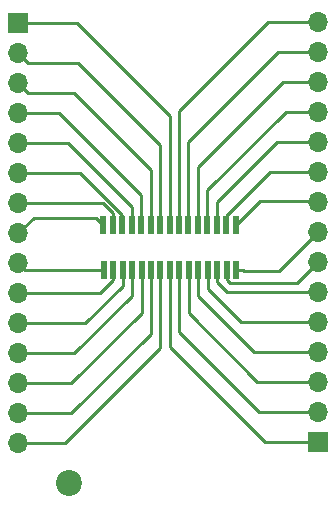
<source format=gbr>
G04 #@! TF.GenerationSoftware,KiCad,Pcbnew,(5.1.2)-2*
G04 #@! TF.CreationDate,2020-01-13T17:53:03+01:00*
G04 #@! TF.ProjectId,ACM Breakout,41434d20-4272-4656-916b-6f75742e6b69,rev?*
G04 #@! TF.SameCoordinates,Original*
G04 #@! TF.FileFunction,Copper,L1,Top*
G04 #@! TF.FilePolarity,Positive*
%FSLAX46Y46*%
G04 Gerber Fmt 4.6, Leading zero omitted, Abs format (unit mm)*
G04 Created by KiCad (PCBNEW (5.1.2)-2) date 2020-01-13 17:53:03*
%MOMM*%
%LPD*%
G04 APERTURE LIST*
%ADD10C,2.200000*%
%ADD11R,0.550000X1.500000*%
%ADD12R,1.700000X1.700000*%
%ADD13O,1.700000X1.700000*%
%ADD14C,0.254000*%
G04 APERTURE END LIST*
D10*
X-8422000Y-19912000D03*
D11*
X5752400Y-1900000D03*
X5727000Y1900000D03*
X4952400Y-1900000D03*
X4927000Y1900000D03*
X4152400Y-1900000D03*
X4127000Y1900000D03*
X3352400Y-1900000D03*
X3327000Y1900000D03*
X2552400Y-1900000D03*
X2527000Y1900000D03*
X1752400Y-1900000D03*
X1727000Y1900000D03*
X952400Y-1900000D03*
X927000Y1900000D03*
X152400Y-1900000D03*
X127000Y1900000D03*
X-647600Y-1900000D03*
X-673000Y1900000D03*
X-1447600Y-1900000D03*
X-1473000Y1900000D03*
X-2247600Y-1900000D03*
X-2273000Y1900000D03*
X-3047600Y-1900000D03*
X-3073000Y1900000D03*
X-3847600Y-1900000D03*
X-3873000Y1900000D03*
X-4647600Y-1900000D03*
X-4673000Y1900000D03*
X-5447600Y-1900000D03*
X-5473000Y1900000D03*
D12*
X-12700000Y19000000D03*
D13*
X-12700000Y16460000D03*
X-12700000Y13920000D03*
X-12700000Y11380000D03*
X-12700000Y8840000D03*
X-12700000Y6300000D03*
X-12700000Y3760000D03*
X-12700000Y1220000D03*
X-12700000Y-1320000D03*
X-12700000Y-3860000D03*
X-12700000Y-6400000D03*
X-12700000Y-8940000D03*
X-12700000Y-11480000D03*
X-12700000Y-14020000D03*
X-12700000Y-16560000D03*
X12700000Y19100000D03*
X12700000Y16560000D03*
X12700000Y14020000D03*
X12700000Y11480000D03*
X12700000Y8940000D03*
X12700000Y6400000D03*
X12700000Y3860000D03*
X12700000Y1320000D03*
X12700000Y-1220000D03*
X12700000Y-3760000D03*
X12700000Y-6300000D03*
X12700000Y-8840000D03*
X12700000Y-11380000D03*
X12700000Y-13920000D03*
D12*
X12700000Y-16460000D03*
D14*
X11850001Y470001D02*
X12700000Y1320000D01*
X9407599Y-1972401D02*
X11850001Y470001D01*
X6453639Y-1972401D02*
X9407599Y-1972401D01*
X6381238Y-1900000D02*
X6453639Y-1972401D01*
X5752400Y-1900000D02*
X6381238Y-1900000D01*
X11850001Y-2069999D02*
X12700000Y-1220000D01*
X10942999Y-2977001D02*
X11850001Y-2069999D01*
X5215799Y-2977001D02*
X10942999Y-2977001D01*
X4952400Y-2713602D02*
X5215799Y-2977001D01*
X4952400Y-1900000D02*
X4952400Y-2713602D01*
X11497919Y-3760000D02*
X12700000Y-3760000D01*
X5008400Y-3760000D02*
X11497919Y-3760000D01*
X4152400Y-2904000D02*
X5008400Y-3760000D01*
X4152400Y-1900000D02*
X4152400Y-2904000D01*
X11497919Y-6300000D02*
X12700000Y-6300000D01*
X6173000Y-6300000D02*
X11497919Y-6300000D01*
X3352400Y-1900000D02*
X3352400Y-3479400D01*
X3352400Y-3479400D02*
X6173000Y-6300000D01*
X11497919Y-8840000D02*
X12700000Y-8840000D01*
X7316000Y-8840000D02*
X11497919Y-8840000D01*
X2552400Y-1900000D02*
X2552400Y-4076400D01*
X2552400Y-4076400D02*
X7316000Y-8840000D01*
X11497919Y-11380000D02*
X12700000Y-11380000D01*
X7570000Y-11380000D02*
X11497919Y-11380000D01*
X1752400Y-1900000D02*
X1752400Y-5562400D01*
X1752400Y-5562400D02*
X7570000Y-11380000D01*
X7697000Y-13920000D02*
X12700000Y-13920000D01*
X952400Y-1900000D02*
X952400Y-7175400D01*
X952400Y-7175400D02*
X7697000Y-13920000D01*
X8205000Y-16460000D02*
X12700000Y-16460000D01*
X152400Y-1900000D02*
X152400Y-8407400D01*
X152400Y-8407400D02*
X8205000Y-16460000D01*
X-8686000Y-16560000D02*
X-12700000Y-16560000D01*
X-647600Y-1900000D02*
X-647600Y-8521600D01*
X-647600Y-8521600D02*
X-8686000Y-16560000D01*
X-8178000Y-14020000D02*
X-12700000Y-14020000D01*
X-1447600Y-1900000D02*
X-1447600Y-7289600D01*
X-1447600Y-7289600D02*
X-8178000Y-14020000D01*
X-11497919Y-11480000D02*
X-12700000Y-11480000D01*
X-8178000Y-11480000D02*
X-11497919Y-11480000D01*
X-2247600Y-1900000D02*
X-2247600Y-5549600D01*
X-2247600Y-5549600D02*
X-8178000Y-11480000D01*
X-11497919Y-8940000D02*
X-12700000Y-8940000D01*
X-7924000Y-8940000D02*
X-11497919Y-8940000D01*
X-3047600Y-1900000D02*
X-3047600Y-4063600D01*
X-3047600Y-4063600D02*
X-7924000Y-8940000D01*
X-11497919Y-6400000D02*
X-12700000Y-6400000D01*
X-7035000Y-6400000D02*
X-11497919Y-6400000D01*
X-3847600Y-1900000D02*
X-3847600Y-3212600D01*
X-3847600Y-3212600D02*
X-7035000Y-6400000D01*
X-11497919Y-3860000D02*
X-12700000Y-3860000D01*
X-5793998Y-3860000D02*
X-11497919Y-3860000D01*
X-4647600Y-2713602D02*
X-5793998Y-3860000D01*
X-4647600Y-1900000D02*
X-4647600Y-2713602D01*
X-12120000Y-1900000D02*
X-12700000Y-1320000D01*
X-5447600Y-1900000D02*
X-12120000Y-1900000D01*
X12623000Y3937000D02*
X12700000Y3860000D01*
X5727000Y1900000D02*
X7764000Y3937000D01*
X7764000Y3937000D02*
X12623000Y3937000D01*
X11497919Y6400000D02*
X12700000Y6400000D01*
X8613398Y6400000D02*
X11497919Y6400000D01*
X4927000Y2713602D02*
X8613398Y6400000D01*
X4927000Y1900000D02*
X4927000Y2713602D01*
X11497919Y8940000D02*
X12700000Y8940000D01*
X9194000Y8940000D02*
X11497919Y8940000D01*
X4127000Y1900000D02*
X4127000Y3873000D01*
X4127000Y3873000D02*
X9194000Y8940000D01*
X9956000Y11480000D02*
X12700000Y11480000D01*
X3327000Y1900000D02*
X3327000Y4851000D01*
X3327000Y4851000D02*
X9956000Y11480000D01*
X9702000Y14020000D02*
X12700000Y14020000D01*
X2527000Y1900000D02*
X2527000Y6845000D01*
X2527000Y6845000D02*
X9702000Y14020000D01*
X9321000Y16560000D02*
X12700000Y16560000D01*
X1727000Y1900000D02*
X1727000Y8966000D01*
X1727000Y8966000D02*
X9321000Y16560000D01*
X8432000Y19100000D02*
X12700000Y19100000D01*
X927000Y1900000D02*
X927000Y11595000D01*
X927000Y11595000D02*
X8432000Y19100000D01*
X-7697000Y19000000D02*
X-12700000Y19000000D01*
X127000Y1900000D02*
X127000Y11176000D01*
X127000Y11176000D02*
X-7697000Y19000000D01*
X-11850001Y15610001D02*
X-12700000Y16460000D01*
X-7609001Y15610001D02*
X-11850001Y15610001D01*
X-673000Y1900000D02*
X-673000Y8674000D01*
X-673000Y8674000D02*
X-7609001Y15610001D01*
X-11850001Y13070001D02*
X-12700000Y13920000D01*
X-7990001Y13070001D02*
X-11850001Y13070001D01*
X-1473000Y1900000D02*
X-1473000Y6553000D01*
X-1473000Y6553000D02*
X-7990001Y13070001D01*
X-11497919Y11380000D02*
X-12700000Y11380000D01*
X-9221000Y11380000D02*
X-11497919Y11380000D01*
X-2273000Y1900000D02*
X-2273000Y4432000D01*
X-2273000Y4432000D02*
X-9221000Y11380000D01*
X-11497919Y8840000D02*
X-12700000Y8840000D01*
X-8459000Y8840000D02*
X-11497919Y8840000D01*
X-3073000Y1900000D02*
X-3073000Y3454000D01*
X-3073000Y3454000D02*
X-8459000Y8840000D01*
X-11497919Y6300000D02*
X-12700000Y6300000D01*
X-7426933Y6300000D02*
X-11497919Y6300000D01*
X-3873000Y2746067D02*
X-7426933Y6300000D01*
X-3873000Y1900000D02*
X-3873000Y2746067D01*
X-11497919Y3760000D02*
X-12700000Y3760000D01*
X-5529000Y3760000D02*
X-11497919Y3760000D01*
X-4673000Y2904000D02*
X-5529000Y3760000D01*
X-4673000Y1900000D02*
X-4673000Y2904000D01*
X-11380000Y2540000D02*
X-12700000Y1220000D01*
X-5473000Y1900000D02*
X-6113000Y2540000D01*
X-6113000Y2540000D02*
X-11380000Y2540000D01*
M02*

</source>
